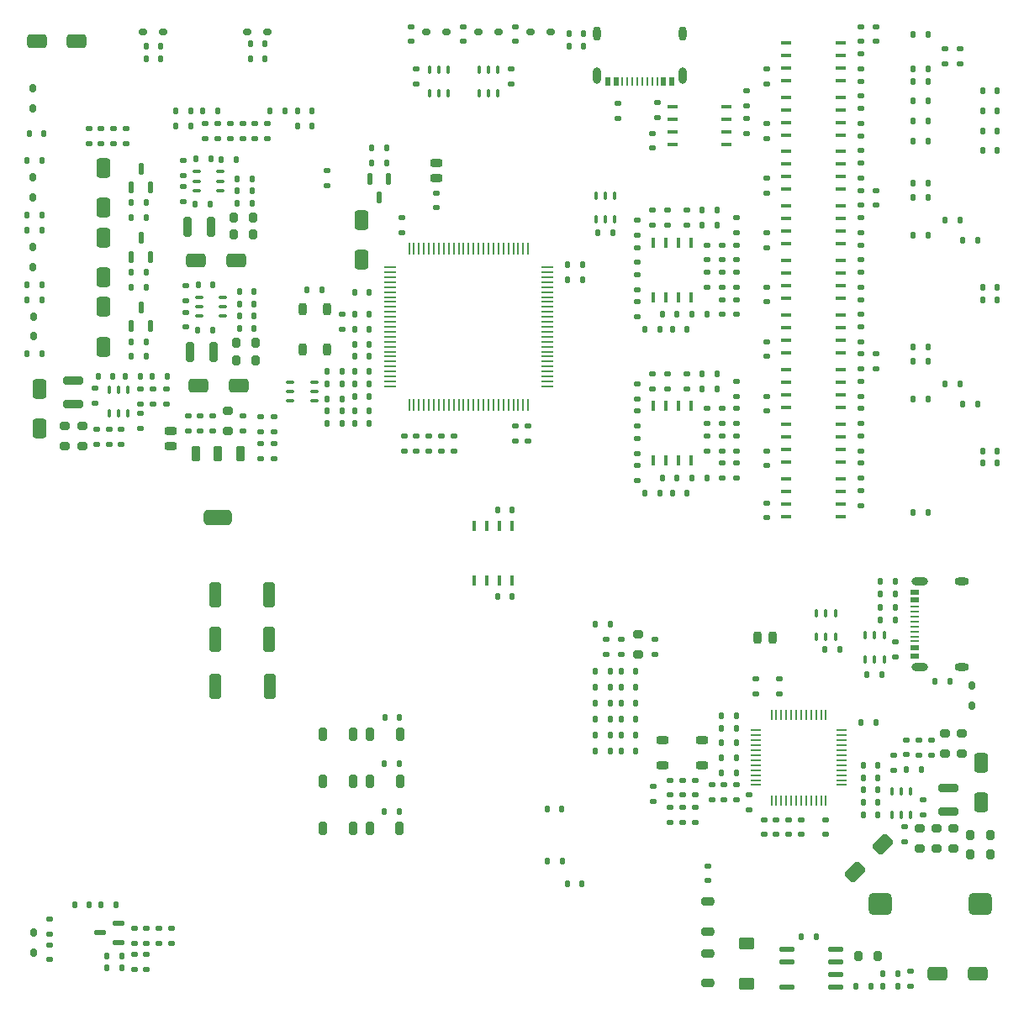
<source format=gtp>
%TF.GenerationSoftware,KiCad,Pcbnew,8.0.1*%
%TF.CreationDate,2024-09-28T11:52:02+02:00*%
%TF.ProjectId,stmbl_5.0,73746d62-6c5f-4352-9e30-2e6b69636164,1.0*%
%TF.SameCoordinates,Original*%
%TF.FileFunction,Paste,Top*%
%TF.FilePolarity,Positive*%
%FSLAX46Y46*%
G04 Gerber Fmt 4.6, Leading zero omitted, Abs format (unit mm)*
G04 Created by KiCad (PCBNEW 8.0.1) date 2024-09-28 11:52:02*
%MOMM*%
%LPD*%
G01*
G04 APERTURE LIST*
G04 Aperture macros list*
%AMRoundRect*
0 Rectangle with rounded corners*
0 $1 Rounding radius*
0 $2 $3 $4 $5 $6 $7 $8 $9 X,Y pos of 4 corners*
0 Add a 4 corners polygon primitive as box body*
4,1,4,$2,$3,$4,$5,$6,$7,$8,$9,$2,$3,0*
0 Add four circle primitives for the rounded corners*
1,1,$1+$1,$2,$3*
1,1,$1+$1,$4,$5*
1,1,$1+$1,$6,$7*
1,1,$1+$1,$8,$9*
0 Add four rect primitives between the rounded corners*
20,1,$1+$1,$2,$3,$4,$5,0*
20,1,$1+$1,$4,$5,$6,$7,0*
20,1,$1+$1,$6,$7,$8,$9,0*
20,1,$1+$1,$8,$9,$2,$3,0*%
G04 Aperture macros list end*
%ADD10RoundRect,0.200000X0.200000X0.600000X-0.200000X0.600000X-0.200000X-0.600000X0.200000X-0.600000X0*%
%ADD11RoundRect,0.400000X1.000000X0.400000X-1.000000X0.400000X-1.000000X-0.400000X1.000000X-0.400000X0*%
%ADD12RoundRect,0.200000X0.400000X0.200000X-0.400000X0.200000X-0.400000X-0.200000X0.400000X-0.200000X0*%
%ADD13RoundRect,0.200000X-0.200000X0.400000X-0.200000X-0.400000X0.200000X-0.400000X0.200000X0.400000X0*%
%ADD14RoundRect,0.350000X-0.650000X-0.350000X0.650000X-0.350000X0.650000X0.350000X-0.650000X0.350000X0*%
%ADD15RoundRect,0.100000X0.100000X0.400000X-0.100000X0.400000X-0.100000X-0.400000X0.100000X-0.400000X0*%
%ADD16RoundRect,0.100000X-0.100000X-0.400000X0.100000X-0.400000X0.100000X0.400000X-0.100000X0.400000X0*%
%ADD17RoundRect,0.100000X-0.400000X0.100000X-0.400000X-0.100000X0.400000X-0.100000X0.400000X0.100000X0*%
%ADD18RoundRect,0.200000X0.800000X0.200000X-0.800000X0.200000X-0.800000X-0.200000X0.800000X-0.200000X0*%
%ADD19RoundRect,0.200000X0.200000X-0.800000X0.200000X0.800000X-0.200000X0.800000X-0.200000X-0.800000X0*%
%ADD20RoundRect,0.350000X0.350000X-0.650000X0.350000X0.650000X-0.350000X0.650000X-0.350000X-0.650000X0*%
%ADD21RoundRect,0.118000X0.202000X-0.118000X0.202000X0.118000X-0.202000X0.118000X-0.202000X-0.118000X0*%
%ADD22RoundRect,0.118000X0.118000X0.202000X-0.118000X0.202000X-0.118000X-0.202000X0.118000X-0.202000X0*%
%ADD23RoundRect,0.118000X-0.202000X0.118000X-0.202000X-0.118000X0.202000X-0.118000X0.202000X0.118000X0*%
%ADD24RoundRect,0.118000X-0.118000X-0.202000X0.118000X-0.202000X0.118000X0.202000X-0.118000X0.202000X0*%
%ADD25RoundRect,0.200000X-0.200000X-0.440000X0.200000X-0.440000X0.200000X0.440000X-0.200000X0.440000X0*%
%ADD26RoundRect,0.200000X0.440000X-0.200000X0.440000X0.200000X-0.440000X0.200000X-0.440000X-0.200000X0*%
%ADD27RoundRect,0.560000X-0.640000X-0.560000X0.640000X-0.560000X0.640000X0.560000X-0.640000X0.560000X0*%
%ADD28RoundRect,0.120000X-0.680000X0.120000X-0.680000X-0.120000X0.680000X-0.120000X0.680000X0.120000X0*%
%ADD29RoundRect,0.150000X-0.150000X0.250000X-0.150000X-0.250000X0.150000X-0.250000X0.150000X0.250000X0*%
%ADD30RoundRect,0.150000X0.250000X0.150000X-0.250000X0.150000X-0.250000X-0.150000X0.250000X-0.150000X0*%
%ADD31RoundRect,0.350000X-0.350000X0.650000X-0.350000X-0.650000X0.350000X-0.650000X0.350000X0.650000X0*%
%ADD32RoundRect,0.200000X-0.200000X-0.400000X0.200000X-0.400000X0.200000X0.400000X-0.200000X0.400000X0*%
%ADD33RoundRect,0.200000X0.400000X-0.200000X0.400000X0.200000X-0.400000X0.200000X-0.400000X-0.200000X0*%
%ADD34RoundRect,0.200000X-0.400000X0.200000X-0.400000X-0.200000X0.400000X-0.200000X0.400000X0.200000X0*%
%ADD35RoundRect,0.150000X0.150000X-0.250000X0.150000X0.250000X-0.150000X0.250000X-0.150000X-0.250000X0*%
%ADD36RoundRect,0.200000X0.300000X-0.200000X0.300000X0.200000X-0.300000X0.200000X-0.300000X-0.200000X0*%
%ADD37RoundRect,0.200000X0.200000X0.300000X-0.200000X0.300000X-0.200000X-0.300000X0.200000X-0.300000X0*%
%ADD38RoundRect,0.200000X-0.200000X-0.300000X0.200000X-0.300000X0.200000X0.300000X-0.200000X0.300000X0*%
%ADD39RoundRect,0.200000X-0.300000X0.200000X-0.300000X-0.200000X0.300000X-0.200000X0.300000X0.200000X0*%
%ADD40RoundRect,0.300000X0.300000X0.980000X-0.300000X0.980000X-0.300000X-0.980000X0.300000X-0.980000X0*%
%ADD41RoundRect,0.095000X-0.095000X0.305000X-0.095000X-0.305000X0.095000X-0.305000X0.095000X0.305000X0*%
%ADD42RoundRect,0.095000X0.095000X-0.305000X0.095000X0.305000X-0.095000X0.305000X-0.095000X-0.305000X0*%
%ADD43RoundRect,0.095000X0.305000X0.095000X-0.305000X0.095000X-0.305000X-0.095000X0.305000X-0.095000X0*%
%ADD44RoundRect,0.120000X0.120000X-0.470000X0.120000X0.470000X-0.120000X0.470000X-0.120000X-0.470000X0*%
%ADD45RoundRect,0.120000X-0.120000X0.470000X-0.120000X-0.470000X0.120000X-0.470000X0.120000X0.470000X0*%
%ADD46R,0.480000X0.920000*%
%ADD47R,0.240000X0.920000*%
%ADD48O,0.800000X1.680000*%
%ADD49O,0.800000X1.440000*%
%ADD50RoundRect,0.300000X0.500000X-0.300000X0.500000X0.300000X-0.500000X0.300000X-0.500000X-0.300000X0*%
%ADD51RoundRect,0.350000X-0.212132X-0.707107X0.707107X0.212132X0.212132X0.707107X-0.707107X-0.212132X0*%
%ADD52RoundRect,0.050000X-0.470000X-0.050000X0.470000X-0.050000X0.470000X0.050000X-0.470000X0.050000X0*%
%ADD53RoundRect,0.050000X0.050000X-0.470000X0.050000X0.470000X-0.050000X0.470000X-0.050000X-0.470000X0*%
%ADD54RoundRect,0.050000X-0.550000X-0.050000X0.550000X-0.050000X0.550000X0.050000X-0.550000X0.050000X0*%
%ADD55RoundRect,0.050000X0.050000X-0.550000X0.050000X0.550000X-0.050000X0.550000X-0.050000X-0.550000X0*%
%ADD56RoundRect,0.120000X0.470000X0.120000X-0.470000X0.120000X-0.470000X-0.120000X0.470000X-0.120000X0*%
%ADD57R,0.920000X0.480000*%
%ADD58R,0.920000X0.240000*%
%ADD59O,1.680000X0.800000*%
%ADD60O,1.440000X0.800000*%
%ADD61RoundRect,0.200000X-0.800000X-0.200000X0.800000X-0.200000X0.800000X0.200000X-0.800000X0.200000X0*%
G04 APERTURE END LIST*
D10*
X120250000Y-93500000D03*
X118000000Y-93500000D03*
D11*
X118000000Y-100000000D03*
D10*
X115750000Y-93500000D03*
D12*
X166741031Y-122428474D03*
X162741031Y-124928474D03*
X162741031Y-122428474D03*
X166741031Y-124928474D03*
D13*
X126500000Y-79000000D03*
X129000000Y-83000000D03*
X126500000Y-83000000D03*
X129000000Y-79000000D03*
D14*
X190491031Y-145928474D03*
X194491031Y-145928474D03*
D15*
X147645000Y-100855000D03*
X146375000Y-100855000D03*
X145105000Y-100855000D03*
X143835000Y-100855000D03*
X143835000Y-106355000D03*
X145105000Y-106355000D03*
X146375000Y-106355000D03*
X147645000Y-106355000D03*
D16*
X161845000Y-77750000D03*
X163115000Y-77750000D03*
X164385000Y-77750000D03*
X165655000Y-77750000D03*
X165655000Y-72250000D03*
X164385000Y-72250000D03*
X163115000Y-72250000D03*
X161845000Y-72250000D03*
X161845000Y-94250000D03*
X163115000Y-94250000D03*
X164385000Y-94250000D03*
X165655000Y-94250000D03*
X165655000Y-88750000D03*
X164385000Y-88750000D03*
X163115000Y-88750000D03*
X161845000Y-88750000D03*
D17*
X175250000Y-63095000D03*
X175250000Y-64365000D03*
X175250000Y-65635000D03*
X175250000Y-66905000D03*
X180750000Y-66905000D03*
X180750000Y-65635000D03*
X180750000Y-64365000D03*
X180750000Y-63095000D03*
X175250000Y-57595000D03*
X175250000Y-58865000D03*
X175250000Y-60135000D03*
X175250000Y-61405000D03*
X180750000Y-61405000D03*
X180750000Y-60135000D03*
X180750000Y-58865000D03*
X180750000Y-57595000D03*
X163750000Y-58595000D03*
X163750000Y-59865000D03*
X163750000Y-61135000D03*
X163750000Y-62405000D03*
X169250000Y-62405000D03*
X169250000Y-61135000D03*
X169250000Y-59865000D03*
X169250000Y-58595000D03*
X175250000Y-52095000D03*
X175250000Y-53365000D03*
X175250000Y-54635000D03*
X175250000Y-55905000D03*
X180750000Y-55905000D03*
X180750000Y-54635000D03*
X180750000Y-53365000D03*
X180750000Y-52095000D03*
X175250000Y-79595000D03*
X175250000Y-80865000D03*
X175250000Y-82135000D03*
X175250000Y-83405000D03*
X180750000Y-83405000D03*
X180750000Y-82135000D03*
X180750000Y-80865000D03*
X180750000Y-79595000D03*
X175250000Y-96095000D03*
X175250000Y-97365000D03*
X175250000Y-98635000D03*
X175250000Y-99905000D03*
X180750000Y-99905000D03*
X180750000Y-98635000D03*
X180750000Y-97365000D03*
X180750000Y-96095000D03*
X175250000Y-90595000D03*
X175250000Y-91865000D03*
X175250000Y-93135000D03*
X175250000Y-94405000D03*
X180750000Y-94405000D03*
X180750000Y-93135000D03*
X180750000Y-91865000D03*
X180750000Y-90595000D03*
X175250000Y-74095000D03*
X175250000Y-75365000D03*
X175250000Y-76635000D03*
X175250000Y-77905000D03*
X180750000Y-77905000D03*
X180750000Y-76635000D03*
X180750000Y-75365000D03*
X180750000Y-74095000D03*
X175250000Y-68595000D03*
X175250000Y-69865000D03*
X175250000Y-71135000D03*
X175250000Y-72405000D03*
X180750000Y-72405000D03*
X180750000Y-71135000D03*
X180750000Y-69865000D03*
X180750000Y-68595000D03*
X175250000Y-85095000D03*
X175250000Y-86365000D03*
X175250000Y-87635000D03*
X175250000Y-88905000D03*
X180750000Y-88905000D03*
X180750000Y-87635000D03*
X180750000Y-86365000D03*
X180750000Y-85095000D03*
D18*
X191581031Y-129640974D03*
X191581031Y-127240974D03*
D19*
X114937500Y-70680000D03*
X117337500Y-70680000D03*
D20*
X194901031Y-128710974D03*
X194901031Y-124710974D03*
D14*
X115820000Y-74020000D03*
X119820000Y-74020000D03*
D21*
X168750000Y-90500000D03*
X168750000Y-89000000D03*
X168750000Y-74000000D03*
X168750000Y-72500000D03*
X165250000Y-87000000D03*
X165250000Y-85500000D03*
X165250000Y-70500000D03*
X165250000Y-69000000D03*
D22*
X164250000Y-96000000D03*
X162750000Y-96000000D03*
X164250000Y-79500000D03*
X162750000Y-79500000D03*
D23*
X161750000Y-69000000D03*
X161750000Y-70500000D03*
X161750000Y-85500000D03*
X161750000Y-87000000D03*
X138000000Y-91750000D03*
X138000000Y-93250000D03*
X140500000Y-91750000D03*
X140500000Y-93250000D03*
X141750000Y-91750000D03*
X141750000Y-93250000D03*
X139250000Y-91750000D03*
X139250000Y-93250000D03*
D21*
X182750000Y-96000000D03*
X182750000Y-94500000D03*
X182750000Y-79500000D03*
X182750000Y-78000000D03*
X182750000Y-90500000D03*
X182750000Y-89000000D03*
X182750000Y-74000000D03*
X182750000Y-72500000D03*
X182750000Y-68500000D03*
X182750000Y-67000000D03*
X182750000Y-85000000D03*
X182750000Y-83500000D03*
D23*
X170250000Y-75250000D03*
X170250000Y-76750000D03*
D22*
X192750000Y-70000000D03*
X191250000Y-70000000D03*
X189500000Y-67750000D03*
X188000000Y-67750000D03*
D23*
X170250000Y-91750000D03*
X170250000Y-93250000D03*
D22*
X192750000Y-86500000D03*
X191250000Y-86500000D03*
X189500000Y-84250000D03*
X188000000Y-84250000D03*
D24*
X129000000Y-88000000D03*
X130500000Y-88000000D03*
X129000000Y-89250000D03*
X130500000Y-89250000D03*
D22*
X170241031Y-121178474D03*
X168741031Y-121178474D03*
D24*
X168741031Y-122678474D03*
X170241031Y-122678474D03*
D23*
X161820000Y-127070000D03*
X161820000Y-128570000D03*
D22*
X170241031Y-119928474D03*
X168741031Y-119928474D03*
X180641031Y-113298474D03*
X179141031Y-113298474D03*
D23*
X167741031Y-126928474D03*
X167741031Y-128428474D03*
D24*
X182991031Y-128678474D03*
X184491031Y-128678474D03*
D23*
X189061031Y-128428474D03*
X189061031Y-129928474D03*
D24*
X156250000Y-71250000D03*
X157750000Y-71250000D03*
D23*
X192750000Y-52750000D03*
X192750000Y-54250000D03*
D22*
X147650000Y-99200000D03*
X146150000Y-99200000D03*
D23*
X174241031Y-130428474D03*
X174241031Y-131928474D03*
X172991031Y-130428474D03*
X172991031Y-131928474D03*
D24*
X131750000Y-82500000D03*
X133250000Y-82500000D03*
X146150000Y-107900000D03*
X147650000Y-107900000D03*
X127000000Y-77000000D03*
X128500000Y-77000000D03*
D21*
X130500000Y-81000000D03*
X130500000Y-79500000D03*
D23*
X175491031Y-130428474D03*
X175491031Y-131928474D03*
D24*
X182991031Y-129928474D03*
X184491031Y-129928474D03*
X176741031Y-142178474D03*
X178241031Y-142178474D03*
X153180000Y-136890000D03*
X154680000Y-136890000D03*
X151190000Y-134560000D03*
X152690000Y-134560000D03*
X151150000Y-129390000D03*
X152650000Y-129390000D03*
D23*
X176741031Y-130428474D03*
X176741031Y-131928474D03*
D24*
X129000000Y-85250000D03*
X130500000Y-85250000D03*
D21*
X182750000Y-63000000D03*
X182750000Y-61500000D03*
X182750000Y-57500000D03*
X182750000Y-56000000D03*
X171250000Y-58500000D03*
X171250000Y-57000000D03*
X182750000Y-52000000D03*
X182750000Y-50500000D03*
D23*
X171491031Y-127928474D03*
X171491031Y-129428474D03*
X187151031Y-131148474D03*
X187151031Y-132648474D03*
D24*
X129000000Y-86500000D03*
X130500000Y-86500000D03*
D21*
X189891031Y-123888474D03*
X189891031Y-122388474D03*
X157141031Y-113778474D03*
X157141031Y-112278474D03*
D22*
X133250000Y-89250000D03*
X131750000Y-89250000D03*
D24*
X131750000Y-86500000D03*
X133250000Y-86500000D03*
D23*
X138000000Y-54750000D03*
X138000000Y-56250000D03*
D24*
X129000000Y-90500000D03*
X130500000Y-90500000D03*
X131750000Y-79500000D03*
X133250000Y-79500000D03*
D21*
X179241031Y-131928474D03*
X179241031Y-130428474D03*
D22*
X184240000Y-120590000D03*
X182740000Y-120590000D03*
D24*
X131750000Y-83750000D03*
X133250000Y-83750000D03*
D22*
X133250000Y-90500000D03*
X131750000Y-90500000D03*
D23*
X172141031Y-116250000D03*
X172141031Y-117750000D03*
D24*
X168741031Y-125678474D03*
X170241031Y-125678474D03*
D21*
X136750000Y-93250000D03*
X136750000Y-91750000D03*
X149250000Y-92250000D03*
X149250000Y-90750000D03*
D22*
X154750000Y-74500000D03*
X153250000Y-74500000D03*
D23*
X136500000Y-69750000D03*
X136500000Y-71250000D03*
X148000000Y-90750000D03*
X148000000Y-92250000D03*
D24*
X131750000Y-77250000D03*
X133250000Y-77250000D03*
X153250000Y-76000000D03*
X154750000Y-76000000D03*
D21*
X115000000Y-91250000D03*
X115000000Y-89750000D03*
D23*
X129010000Y-65040000D03*
X129010000Y-66540000D03*
D21*
X117500000Y-91250000D03*
X117500000Y-89750000D03*
D24*
X121250000Y-53750000D03*
X122750000Y-53750000D03*
D23*
X112790000Y-87010000D03*
X112790000Y-88510000D03*
D21*
X114520000Y-65480000D03*
X114520000Y-63980000D03*
D23*
X114520000Y-66650000D03*
X114520000Y-68150000D03*
D22*
X117230000Y-68420000D03*
X115730000Y-68420000D03*
D24*
X119920000Y-68280000D03*
X121420000Y-68280000D03*
X188000000Y-51250000D03*
X189500000Y-51250000D03*
X131750000Y-85250000D03*
X133250000Y-85250000D03*
D22*
X184491031Y-124928474D03*
X182991031Y-124928474D03*
D24*
X183391031Y-115798474D03*
X184891031Y-115798474D03*
D21*
X158624364Y-113778474D03*
X158624364Y-112278474D03*
D23*
X168991031Y-126928474D03*
X168991031Y-128428474D03*
D22*
X133250000Y-87750000D03*
X131750000Y-87750000D03*
D21*
X184250000Y-52000000D03*
X184250000Y-50500000D03*
D23*
X170250000Y-78000000D03*
X170250000Y-79500000D03*
X184250000Y-67000000D03*
X184250000Y-68500000D03*
X170250000Y-94500000D03*
X170250000Y-96000000D03*
X184250000Y-83500000D03*
X184250000Y-85000000D03*
D21*
X174530000Y-117740000D03*
X174530000Y-116240000D03*
D24*
X188000000Y-82750000D03*
X189500000Y-82750000D03*
X188000000Y-99500000D03*
X189500000Y-99500000D03*
X188000000Y-88000000D03*
X189500000Y-88000000D03*
X188000000Y-71500000D03*
X189500000Y-71500000D03*
D23*
X109580000Y-143990000D03*
X109580000Y-145490000D03*
D24*
X190241031Y-116508474D03*
X191741031Y-116508474D03*
X109250000Y-83750000D03*
X110750000Y-83750000D03*
X109250000Y-76750000D03*
X110750000Y-76750000D03*
X109250000Y-69750000D03*
X110750000Y-69750000D03*
X109250000Y-82250000D03*
X110750000Y-82250000D03*
X109250000Y-75250000D03*
X110750000Y-75250000D03*
X109250000Y-68250000D03*
X110750000Y-68250000D03*
D23*
X187343031Y-122368474D03*
X187343031Y-123868474D03*
D24*
X184991031Y-147178474D03*
X186491031Y-147178474D03*
X188000000Y-66250000D03*
X189500000Y-66250000D03*
X188000000Y-54750000D03*
X189500000Y-54750000D03*
D21*
X186041031Y-125438474D03*
X186041031Y-123938474D03*
D22*
X188841031Y-125398474D03*
X187341031Y-125398474D03*
D21*
X168750000Y-93250000D03*
X168750000Y-91750000D03*
X168750000Y-76750000D03*
X168750000Y-75250000D03*
X170250000Y-71250000D03*
X170250000Y-69750000D03*
X170250000Y-87750000D03*
X170250000Y-86250000D03*
D22*
X136281031Y-129568474D03*
X134781031Y-129568474D03*
D21*
X101040000Y-144540000D03*
X101040000Y-143040000D03*
D23*
X191250000Y-52750000D03*
X191250000Y-54250000D03*
D22*
X136291031Y-124808474D03*
X134791031Y-124808474D03*
D24*
X166750000Y-70500000D03*
X168250000Y-70500000D03*
X166750000Y-87000000D03*
X168250000Y-87000000D03*
X166750000Y-85500000D03*
X168250000Y-85500000D03*
X166750000Y-69000000D03*
X168250000Y-69000000D03*
D22*
X135000000Y-62750000D03*
X133500000Y-62750000D03*
D24*
X165750000Y-96000000D03*
X167250000Y-96000000D03*
X165750000Y-79500000D03*
X167250000Y-79500000D03*
X163750000Y-97500000D03*
X165250000Y-97500000D03*
X163750000Y-81000000D03*
X165250000Y-81000000D03*
D22*
X135000000Y-64250000D03*
X133500000Y-64250000D03*
D23*
X166041031Y-129178474D03*
X166041031Y-130678474D03*
X167250000Y-75250000D03*
X167250000Y-76750000D03*
X167250000Y-91750000D03*
X167250000Y-93250000D03*
D21*
X167250000Y-90500000D03*
X167250000Y-89000000D03*
X167250000Y-74000000D03*
X167250000Y-72500000D03*
D22*
X136301031Y-120098474D03*
X134801031Y-120098474D03*
D24*
X161000000Y-97500000D03*
X162500000Y-97500000D03*
X161000000Y-81000000D03*
X162500000Y-81000000D03*
D21*
X163250000Y-70500000D03*
X163250000Y-69000000D03*
X163250000Y-87000000D03*
X163250000Y-85500000D03*
X166041031Y-127928474D03*
X166041031Y-126428474D03*
D22*
X117270000Y-63850000D03*
X115770000Y-63850000D03*
D23*
X140000000Y-67250000D03*
X140000000Y-68750000D03*
D22*
X196500000Y-63000000D03*
X195000000Y-63000000D03*
D21*
X182750000Y-65750000D03*
X182750000Y-64250000D03*
D22*
X189500000Y-62000000D03*
X188000000Y-62000000D03*
X196500000Y-61000000D03*
X195000000Y-61000000D03*
D21*
X182750000Y-60250000D03*
X182750000Y-58750000D03*
D22*
X189500000Y-58000000D03*
X188000000Y-58000000D03*
X196500000Y-59000000D03*
X195000000Y-59000000D03*
D21*
X171250000Y-61250000D03*
X171250000Y-59750000D03*
D22*
X189500000Y-60000000D03*
X188000000Y-60000000D03*
X196500000Y-57000000D03*
X195000000Y-57000000D03*
D21*
X182750000Y-54750000D03*
X182750000Y-53250000D03*
D22*
X189500000Y-56000000D03*
X188000000Y-56000000D03*
D21*
X101040000Y-141940000D03*
X101040000Y-140440000D03*
X167341031Y-136578474D03*
X167341031Y-135078474D03*
D23*
X164791031Y-129178474D03*
X164791031Y-130678474D03*
X160250000Y-78250000D03*
X160250000Y-79750000D03*
X160250000Y-94750000D03*
X160250000Y-96250000D03*
D21*
X160250000Y-88000000D03*
X160250000Y-86500000D03*
X160250000Y-71500000D03*
X160250000Y-70000000D03*
X164791031Y-127928474D03*
X164791031Y-126428474D03*
D24*
X182241031Y-147178474D03*
X183741031Y-147178474D03*
D22*
X186491031Y-145928474D03*
X184991031Y-145928474D03*
D21*
X160250000Y-77000000D03*
X160250000Y-75500000D03*
X160250000Y-93500000D03*
X160250000Y-92000000D03*
D23*
X160250000Y-72750000D03*
X160250000Y-74250000D03*
X160250000Y-89250000D03*
X160250000Y-90750000D03*
D22*
X119810000Y-63880000D03*
X118310000Y-63880000D03*
D24*
X113750000Y-59000000D03*
X115250000Y-59000000D03*
X116500000Y-59000000D03*
X118000000Y-59000000D03*
D23*
X163541031Y-129178474D03*
X163541031Y-130678474D03*
X173250000Y-65750000D03*
X173250000Y-67250000D03*
X173250000Y-60250000D03*
X173250000Y-61750000D03*
X161750000Y-61250000D03*
X161750000Y-62750000D03*
X173250000Y-54750000D03*
X173250000Y-56250000D03*
D24*
X113750000Y-60500000D03*
X115250000Y-60500000D03*
X123250000Y-59000000D03*
X124750000Y-59000000D03*
D21*
X163541031Y-127928474D03*
X163541031Y-126428474D03*
D24*
X126000000Y-59000000D03*
X127500000Y-59000000D03*
D21*
X182750000Y-82250000D03*
X182750000Y-80750000D03*
X182750000Y-98750000D03*
X182750000Y-97250000D03*
X182750000Y-76750000D03*
X182750000Y-75250000D03*
X182750000Y-93250000D03*
X182750000Y-91750000D03*
X182750000Y-87750000D03*
X182750000Y-86250000D03*
X182750000Y-71250000D03*
X182750000Y-69750000D03*
D24*
X182991031Y-127378474D03*
X184491031Y-127378474D03*
D23*
X123630000Y-89810000D03*
X123630000Y-91310000D03*
X123630000Y-92560000D03*
X123630000Y-94060000D03*
D22*
X127500000Y-60500000D03*
X126000000Y-60500000D03*
D21*
X122310000Y-94060000D03*
X122310000Y-92560000D03*
X122310000Y-91310000D03*
X122310000Y-89810000D03*
D23*
X173250000Y-82250000D03*
X173250000Y-83750000D03*
X173250000Y-98500000D03*
X173250000Y-100000000D03*
X173250000Y-76750000D03*
X173250000Y-78250000D03*
X173250000Y-93250000D03*
X173250000Y-94750000D03*
X173250000Y-87750000D03*
X173250000Y-89250000D03*
X173250000Y-71250000D03*
X173250000Y-72750000D03*
D22*
X160091031Y-123478474D03*
X158591031Y-123478474D03*
D21*
X168750000Y-79500000D03*
X168750000Y-78000000D03*
X168750000Y-96000000D03*
X168750000Y-94500000D03*
D24*
X195000000Y-76750000D03*
X196500000Y-76750000D03*
D22*
X196500000Y-78000000D03*
X195000000Y-78000000D03*
D24*
X193000000Y-72000000D03*
X194500000Y-72000000D03*
X195000000Y-93250000D03*
X196500000Y-93250000D03*
D22*
X196500000Y-94500000D03*
X195000000Y-94500000D03*
D24*
X193000000Y-88500000D03*
X194500000Y-88500000D03*
D22*
X108330000Y-145380000D03*
X106830000Y-145380000D03*
D25*
X128581031Y-131288474D03*
X131581031Y-131288474D03*
X133311031Y-131268474D03*
X136311031Y-131268474D03*
X128591031Y-126558474D03*
X131591031Y-126558474D03*
X133321031Y-126538474D03*
X136321031Y-126538474D03*
X128601031Y-121818474D03*
X131601031Y-121818474D03*
X133331031Y-121798474D03*
X136331031Y-121798474D03*
D26*
X167341031Y-146878474D03*
X167341031Y-143878474D03*
X167341031Y-141678474D03*
X167341031Y-138678474D03*
D27*
X184741031Y-138928474D03*
X194741031Y-138928474D03*
D28*
X175291031Y-143523474D03*
X175291031Y-144793474D03*
X175291031Y-147333474D03*
X180191031Y-147333474D03*
X180191031Y-146063474D03*
X180191031Y-144793474D03*
X180191031Y-143523474D03*
D29*
X99440000Y-81694721D03*
X99440000Y-79694721D03*
X99390000Y-74719020D03*
X99390000Y-72719020D03*
X99390000Y-67719020D03*
X99390000Y-65719020D03*
D30*
X149475000Y-51060000D03*
X151475000Y-51060000D03*
X144225000Y-51060000D03*
X146225000Y-51060000D03*
X138975000Y-51060000D03*
X140975000Y-51060000D03*
X110475000Y-51060000D03*
X112475000Y-51060000D03*
X120975000Y-51060000D03*
X122975000Y-51060000D03*
D24*
X98750000Y-78000000D03*
X100250000Y-78000000D03*
X98750000Y-71000000D03*
X100250000Y-71000000D03*
X98750000Y-64000000D03*
X100250000Y-64000000D03*
D23*
X148000000Y-50500000D03*
X148000000Y-52000000D03*
X142750000Y-50500000D03*
X142750000Y-52000000D03*
X137500000Y-50500000D03*
X137500000Y-52000000D03*
D24*
X110750000Y-52500000D03*
X112250000Y-52500000D03*
X121250000Y-52250000D03*
X122750000Y-52250000D03*
D21*
X110830000Y-142880000D03*
X110830000Y-141380000D03*
X187741031Y-147178474D03*
X187741031Y-145678474D03*
D24*
X119920000Y-65820000D03*
X121420000Y-65820000D03*
D21*
X170250000Y-74000000D03*
X170250000Y-72500000D03*
X170250000Y-90500000D03*
X170250000Y-89000000D03*
D20*
X106500000Y-82750000D03*
X106500000Y-78750000D03*
X106500000Y-75750000D03*
X106500000Y-71750000D03*
X106500000Y-68750000D03*
X106500000Y-64750000D03*
D31*
X132450000Y-70000000D03*
X132450000Y-74000000D03*
D23*
X147500000Y-54750000D03*
X147500000Y-56250000D03*
D32*
X172381031Y-112048474D03*
X173881031Y-112048474D03*
D33*
X113250000Y-92750000D03*
X113250000Y-91250000D03*
D34*
X140000000Y-64250000D03*
X140000000Y-65750000D03*
D14*
X99750000Y-52000000D03*
X103750000Y-52000000D03*
D22*
X100250000Y-83500000D03*
X98750000Y-83500000D03*
X100250000Y-76500000D03*
X98750000Y-76500000D03*
X100250000Y-69500000D03*
X98750000Y-69500000D03*
D24*
X110750000Y-53750000D03*
X112250000Y-53750000D03*
D29*
X99390000Y-58719020D03*
X99390000Y-56719020D03*
D24*
X99000000Y-61250000D03*
X100500000Y-61250000D03*
D21*
X116250000Y-91250000D03*
X116250000Y-89750000D03*
X120500000Y-91250000D03*
X120500000Y-89750000D03*
X188621031Y-123888474D03*
X188621031Y-122388474D03*
D24*
X119920000Y-67050000D03*
X121420000Y-67050000D03*
D35*
X193941031Y-116898474D03*
X193941031Y-118898474D03*
D29*
X99450000Y-143790000D03*
X99450000Y-141790000D03*
D36*
X191241031Y-123738474D03*
X191241031Y-121738474D03*
X192931031Y-123738474D03*
X192931031Y-121738474D03*
D37*
X184491031Y-144178474D03*
X182491031Y-144178474D03*
D38*
X193801031Y-133878474D03*
X195801031Y-133878474D03*
D39*
X190377697Y-131298474D03*
X190377697Y-133298474D03*
D38*
X119570000Y-69720000D03*
X121570000Y-69720000D03*
D36*
X119000000Y-91250000D03*
X119000000Y-89250000D03*
D38*
X119570000Y-71470000D03*
X121570000Y-71470000D03*
D22*
X170241031Y-124178474D03*
X168741031Y-124178474D03*
X133250000Y-81000000D03*
X131750000Y-81000000D03*
D40*
X123191031Y-107778474D03*
X117691031Y-107778474D03*
X123191031Y-112278474D03*
X117691031Y-112278474D03*
X123241031Y-117028474D03*
X117741031Y-117028474D03*
D41*
X157950000Y-67550000D03*
X157000000Y-67550000D03*
X156050000Y-67550000D03*
X156050000Y-69950000D03*
X157000000Y-69950000D03*
X157950000Y-69950000D03*
D42*
X144300000Y-57200000D03*
X145250000Y-57200000D03*
X146200000Y-57200000D03*
X146200000Y-54800000D03*
X145250000Y-54800000D03*
X144300000Y-54800000D03*
D41*
X180191031Y-109598474D03*
X179241031Y-109598474D03*
X178291031Y-109598474D03*
X178291031Y-111998474D03*
X179241031Y-111998474D03*
X180191031Y-111998474D03*
D42*
X139300000Y-57200000D03*
X140250000Y-57200000D03*
X141200000Y-57200000D03*
X141200000Y-54800000D03*
X140250000Y-54800000D03*
X139300000Y-54800000D03*
D43*
X127700000Y-88200000D03*
X127700000Y-87250000D03*
X127700000Y-86300000D03*
X125300000Y-86300000D03*
X125300000Y-87250000D03*
X125300000Y-88200000D03*
D41*
X185091031Y-111848474D03*
X184141031Y-111848474D03*
X183191031Y-111848474D03*
X183191031Y-114248474D03*
X184141031Y-114248474D03*
X185091031Y-114248474D03*
D39*
X160307697Y-111778474D03*
X160307697Y-113778474D03*
D23*
X110830000Y-143990000D03*
X110830000Y-145490000D03*
X111500000Y-87010000D03*
X111500000Y-88510000D03*
D21*
X121750000Y-61750000D03*
X121750000Y-60250000D03*
X120500000Y-61750000D03*
X120500000Y-60250000D03*
X119250000Y-61750000D03*
X119250000Y-60250000D03*
D44*
X109300000Y-80687500D03*
X111200000Y-80687500D03*
X110250000Y-78812500D03*
X109300000Y-73687500D03*
X111200000Y-73687500D03*
X110250000Y-71812500D03*
X109300000Y-66687500D03*
X111200000Y-66687500D03*
X110250000Y-64812500D03*
D45*
X135200000Y-65812500D03*
X133300000Y-65812500D03*
X134250000Y-67687500D03*
D21*
X123000000Y-61750000D03*
X123000000Y-60250000D03*
X116750000Y-61750000D03*
X116750000Y-60250000D03*
D23*
X105000000Y-60750000D03*
X105000000Y-62250000D03*
X108800000Y-60760000D03*
X108800000Y-62260000D03*
X106250000Y-60750000D03*
X106250000Y-62250000D03*
X107500000Y-60750000D03*
X107500000Y-62250000D03*
D22*
X112880000Y-85770000D03*
X111380000Y-85770000D03*
D21*
X118000000Y-61750000D03*
X118000000Y-60250000D03*
D39*
X192091031Y-131298474D03*
X192091031Y-133298474D03*
D21*
X161991031Y-113778474D03*
X161991031Y-112278474D03*
D22*
X160091031Y-121878474D03*
X158591031Y-121878474D03*
D46*
X163700000Y-55990000D03*
X162900000Y-55990000D03*
D47*
X161750000Y-55990000D03*
X160750000Y-55990000D03*
X160250000Y-55990000D03*
X159250000Y-55990000D03*
D46*
X158100000Y-55990000D03*
X157300000Y-55990000D03*
X157300000Y-55990000D03*
X158100000Y-55990000D03*
D47*
X158750000Y-55990000D03*
X159750000Y-55990000D03*
X161250000Y-55990000D03*
X162250000Y-55990000D03*
D46*
X162900000Y-55990000D03*
X163700000Y-55990000D03*
D48*
X164820000Y-55415000D03*
D49*
X164820000Y-51235000D03*
D48*
X156180000Y-55415000D03*
D49*
X156180000Y-51235000D03*
D24*
X182991031Y-126178474D03*
X184491031Y-126178474D03*
D50*
X171241031Y-146928474D03*
X171241031Y-142928474D03*
D51*
X182164286Y-135715220D03*
X184992714Y-132886792D03*
D21*
X170241031Y-128428474D03*
X170241031Y-126928474D03*
D52*
X172141031Y-121428474D03*
X172141031Y-121928474D03*
X172141031Y-122428474D03*
X172141031Y-122928474D03*
X172141031Y-123428474D03*
X172141031Y-123928474D03*
X172141031Y-124428474D03*
X172141031Y-124928474D03*
X172141031Y-125428474D03*
X172141031Y-125928474D03*
X172141031Y-126428474D03*
X172141031Y-126928474D03*
D53*
X173741031Y-128528474D03*
X174241031Y-128528474D03*
X174741031Y-128528474D03*
X175241031Y-128528474D03*
X175741031Y-128528474D03*
X176241031Y-128528474D03*
X176741031Y-128528474D03*
X177241031Y-128528474D03*
X177741031Y-128528474D03*
X178241031Y-128528474D03*
X178741031Y-128528474D03*
X179241031Y-128528474D03*
D52*
X180841031Y-126928474D03*
X180841031Y-126428474D03*
X180841031Y-125928474D03*
X180841031Y-125428474D03*
X180841031Y-124928474D03*
X180841031Y-124428474D03*
X180841031Y-123928474D03*
X180841031Y-123428474D03*
X180841031Y-122928474D03*
X180841031Y-122428474D03*
X180841031Y-121928474D03*
X180841031Y-121428474D03*
D53*
X179241031Y-119828474D03*
X178741031Y-119828474D03*
X178241031Y-119828474D03*
X177741031Y-119828474D03*
X177241031Y-119828474D03*
X176741031Y-119828474D03*
X176241031Y-119828474D03*
X175741031Y-119828474D03*
X175241031Y-119828474D03*
X174741031Y-119828474D03*
X174241031Y-119828474D03*
X173741031Y-119828474D03*
D54*
X135350000Y-74750000D03*
X135350000Y-75250000D03*
X135350000Y-75750000D03*
X135350000Y-76250000D03*
X135350000Y-76750000D03*
X135350000Y-77250000D03*
X135350000Y-77750000D03*
X135350000Y-78250000D03*
X135350000Y-78750000D03*
X135350000Y-79250000D03*
X135350000Y-79750000D03*
X135350000Y-80250000D03*
X135350000Y-80750000D03*
X135350000Y-81250000D03*
X135350000Y-81750000D03*
X135350000Y-82250000D03*
X135350000Y-82750000D03*
X135350000Y-83250000D03*
X135350000Y-83750000D03*
X135350000Y-84250000D03*
X135350000Y-84750000D03*
X135350000Y-85250000D03*
X135350000Y-85750000D03*
X135350000Y-86250000D03*
X135350000Y-86750000D03*
D55*
X137250000Y-88650000D03*
X137750000Y-88650000D03*
X138250000Y-88650000D03*
X138750000Y-88650000D03*
X139250000Y-88650000D03*
X139750000Y-88650000D03*
X140250000Y-88650000D03*
X140750000Y-88650000D03*
X141250000Y-88650000D03*
X141750000Y-88650000D03*
X142250000Y-88650000D03*
X142750000Y-88650000D03*
X143250000Y-88650000D03*
X143750000Y-88650000D03*
X144250000Y-88650000D03*
X144750000Y-88650000D03*
X145250000Y-88650000D03*
X145750000Y-88650000D03*
X146250000Y-88650000D03*
X146750000Y-88650000D03*
X147250000Y-88650000D03*
X147750000Y-88650000D03*
X148250000Y-88650000D03*
X148750000Y-88650000D03*
X149250000Y-88650000D03*
D54*
X151150000Y-86750000D03*
X151150000Y-86250000D03*
X151150000Y-85750000D03*
X151150000Y-85250000D03*
X151150000Y-84750000D03*
X151150000Y-84250000D03*
X151150000Y-83750000D03*
X151150000Y-83250000D03*
X151150000Y-82750000D03*
X151150000Y-82250000D03*
X151150000Y-81750000D03*
X151150000Y-81250000D03*
X151150000Y-80750000D03*
X151150000Y-80250000D03*
X151150000Y-79750000D03*
X151150000Y-79250000D03*
X151150000Y-78750000D03*
X151150000Y-78250000D03*
X151150000Y-77750000D03*
X151150000Y-77250000D03*
X151150000Y-76750000D03*
X151150000Y-76250000D03*
X151150000Y-75750000D03*
X151150000Y-75250000D03*
X151150000Y-74750000D03*
D55*
X149250000Y-72850000D03*
X148750000Y-72850000D03*
X148250000Y-72850000D03*
X147750000Y-72850000D03*
X147250000Y-72850000D03*
X146750000Y-72850000D03*
X146250000Y-72850000D03*
X145750000Y-72850000D03*
X145250000Y-72850000D03*
X144750000Y-72850000D03*
X144250000Y-72850000D03*
X143750000Y-72850000D03*
X143250000Y-72850000D03*
X142750000Y-72850000D03*
X142250000Y-72850000D03*
X141750000Y-72850000D03*
X141250000Y-72850000D03*
X140750000Y-72850000D03*
X140250000Y-72850000D03*
X139750000Y-72850000D03*
X139250000Y-72850000D03*
X138750000Y-72850000D03*
X138250000Y-72850000D03*
X137750000Y-72850000D03*
X137250000Y-72850000D03*
D39*
X188664364Y-131298474D03*
X188664364Y-133298474D03*
D38*
X193801031Y-131948474D03*
X195801031Y-131948474D03*
D56*
X107970000Y-142770000D03*
X107970000Y-140870000D03*
X106095000Y-141820000D03*
D23*
X109580000Y-141380000D03*
X109580000Y-142880000D03*
D24*
X106830000Y-144130000D03*
X108330000Y-144130000D03*
D23*
X112080000Y-141380000D03*
X112080000Y-142880000D03*
D21*
X113330000Y-142880000D03*
X113330000Y-141380000D03*
D22*
X107750000Y-139000000D03*
X106250000Y-139000000D03*
X105070000Y-138970000D03*
X103570000Y-138970000D03*
D57*
X188140000Y-113900000D03*
X188140000Y-113100000D03*
D58*
X188140000Y-111950000D03*
X188140000Y-110950000D03*
X188140000Y-110450000D03*
X188140000Y-109450000D03*
D57*
X188140000Y-108300000D03*
X188140000Y-107500000D03*
X188140000Y-107500000D03*
X188140000Y-108300000D03*
D58*
X188140000Y-108950000D03*
X188140000Y-109950000D03*
X188140000Y-111450000D03*
X188140000Y-112450000D03*
D57*
X188140000Y-113100000D03*
X188140000Y-113900000D03*
D59*
X188715000Y-115020000D03*
D60*
X192895000Y-115020000D03*
D59*
X188715000Y-106380000D03*
D60*
X192895000Y-106380000D03*
D24*
X120167500Y-79685000D03*
X121667500Y-79685000D03*
D22*
X186191031Y-107698474D03*
X184691031Y-107698474D03*
D24*
X155991031Y-115478474D03*
X157491031Y-115478474D03*
D22*
X117477500Y-81055000D03*
X115977500Y-81055000D03*
X160091031Y-117078474D03*
X158591031Y-117078474D03*
X107430000Y-85710000D03*
X105930000Y-85710000D03*
D21*
X158300000Y-59750000D03*
X158300000Y-58250000D03*
X110230000Y-88510000D03*
X110230000Y-87010000D03*
D38*
X119817500Y-82355000D03*
X121817500Y-82355000D03*
D23*
X105800000Y-91110000D03*
X105800000Y-92610000D03*
D24*
X184690000Y-106420000D03*
X186190000Y-106420000D03*
D23*
X114767500Y-79285000D03*
X114767500Y-80785000D03*
D22*
X154850000Y-51200000D03*
X153350000Y-51200000D03*
D24*
X155991031Y-121878474D03*
X157491031Y-121878474D03*
X155991031Y-117078474D03*
X157491031Y-117078474D03*
D39*
X102610000Y-90760000D03*
X102610000Y-92760000D03*
D21*
X186210000Y-114040000D03*
X186210000Y-112540000D03*
D23*
X107030000Y-91110000D03*
X107030000Y-92610000D03*
D24*
X155991031Y-123478474D03*
X157491031Y-123478474D03*
D23*
X108260000Y-91110000D03*
X108260000Y-92610000D03*
D24*
X155991031Y-120328474D03*
X157491031Y-120328474D03*
D22*
X117517500Y-76485000D03*
X116017500Y-76485000D03*
X121660000Y-77230000D03*
X120160000Y-77230000D03*
X160091031Y-118678474D03*
X158591031Y-118678474D03*
X154850000Y-52500000D03*
X153350000Y-52500000D03*
D14*
X116067500Y-86655000D03*
X120067500Y-86655000D03*
D43*
X118282500Y-67015000D03*
X118282500Y-66065000D03*
X118282500Y-65115000D03*
X115882500Y-65115000D03*
X115882500Y-66065000D03*
X115882500Y-67015000D03*
X118530000Y-79650000D03*
X118530000Y-78700000D03*
X118530000Y-77750000D03*
X116130000Y-77750000D03*
X116130000Y-78700000D03*
X116130000Y-79650000D03*
D21*
X162300000Y-59650000D03*
X162300000Y-58150000D03*
D24*
X155991031Y-118678474D03*
X157491031Y-118678474D03*
D42*
X107065000Y-89472500D03*
X108015000Y-89472500D03*
X108965000Y-89472500D03*
X108965000Y-87072500D03*
X108015000Y-87072500D03*
X107065000Y-87072500D03*
D61*
X103400000Y-86127500D03*
X103400000Y-88527500D03*
D21*
X105660000Y-88420000D03*
X105660000Y-86920000D03*
D22*
X160091031Y-120328474D03*
X158591031Y-120328474D03*
D21*
X110200000Y-91000000D03*
X110200000Y-89500000D03*
D39*
X104360000Y-90760000D03*
X104360000Y-92760000D03*
D38*
X119817500Y-84105000D03*
X121817500Y-84105000D03*
D24*
X120167500Y-80915000D03*
X121667500Y-80915000D03*
X184691031Y-108998474D03*
X186191031Y-108998474D03*
D31*
X100060000Y-87010000D03*
X100060000Y-91010000D03*
D24*
X155991031Y-110728474D03*
X157491031Y-110728474D03*
D21*
X114767500Y-78115000D03*
X114767500Y-76615000D03*
D41*
X187776031Y-127535974D03*
X186826031Y-127535974D03*
X185876031Y-127535974D03*
X185876031Y-129935974D03*
X186826031Y-129935974D03*
X187776031Y-129935974D03*
D24*
X108655000Y-85710000D03*
X110155000Y-85710000D03*
D22*
X160091031Y-115478474D03*
X158591031Y-115478474D03*
D19*
X115185000Y-83315000D03*
X117585000Y-83315000D03*
D24*
X120167500Y-78455000D03*
X121667500Y-78455000D03*
X184691031Y-110298474D03*
X186191031Y-110298474D03*
M02*

</source>
